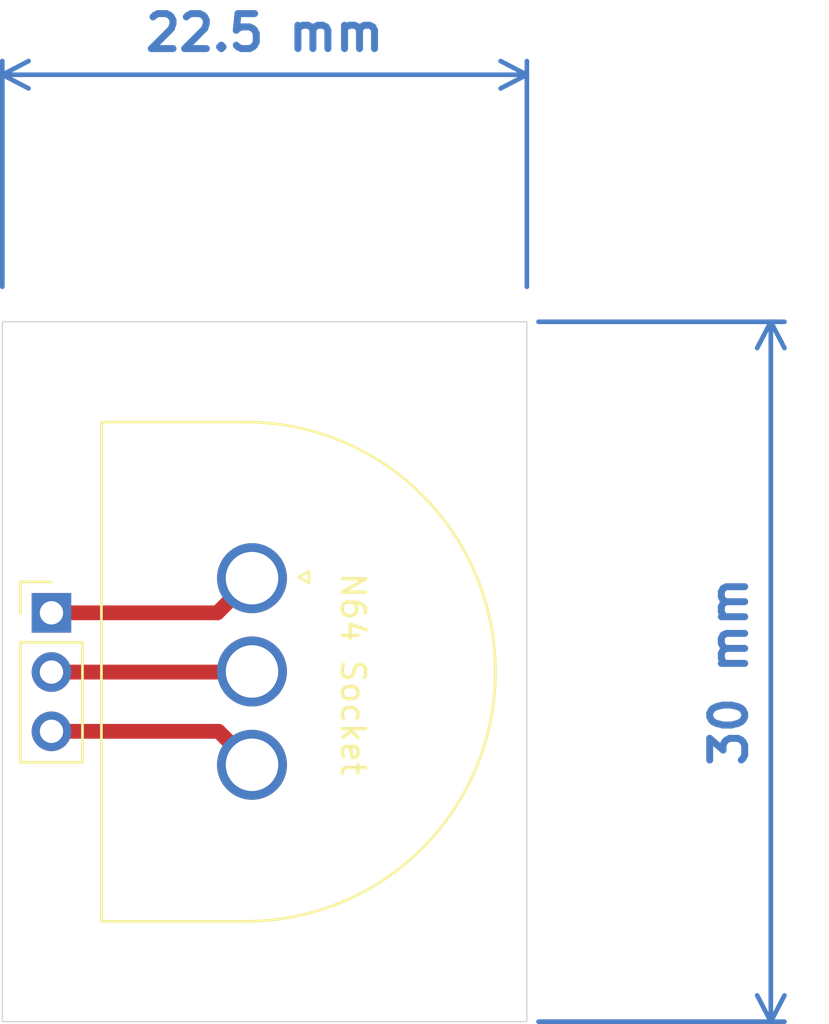
<source format=kicad_pcb>
(kicad_pcb (version 20221018) (generator pcbnew)
  (layers (0 "F.Cu" signal) (31 "B.Cu" signal) (35 "F.Paste" user) (37 "F.SilkS" user "F.Silkscreen") (38 "B.Mask" user) (39 "F.Mask" user) (44 "Edge.Cuts" user))
  (net 0 "")
  (net 1 "GND")
  (net 2 "POWER")
  (net 3 "DATA")
  (footprint "Retro Gaming:N64 180 Socket" (layer "F.Cu") (at 129.26 69.88 -90)
    (fp_text reference "U3" hide)
    (fp_text value "N64 Socket" (at 0.23 -4.28 -90 unlocked) (layer "F.SilkS"))
    (fp_line (start -10.58 0.31) (end -10.58 6.51) (stroke (width 0.12)) (layer "F.SilkS"))
    (fp_line (start -10.58 6.51) (end 10.82 6.51) (stroke (width 0.12)) (layer "F.SilkS"))
    (fp_line (start -4.187 -2.388813) (end -3.687 -2.388813) (stroke (width 0.12)) (layer "F.SilkS"))
    (fp_line (start -3.937 -1.9558) (end -4.187 -2.388813) (stroke (width 0.12)) (layer "F.SilkS"))
    (fp_line (start -3.687 -2.388813) (end -3.937 -1.9558) (stroke (width 0.12)) (layer "F.SilkS"))
    (fp_line (start 10.82 0.31) (end 10.82 6.51) (stroke (width 0.12)) (layer "F.SilkS"))
    (fp_arc (start -10.58 0.31) (mid 0.12 -10.39) (end 10.82 0.31) (stroke (width 0.12)) (layer "F.SilkS"))
    (pad "1" thru_hole circle (at -3.89 0.05 270) (size 3 3) (drill 2.25) (layers "*.Cu" "*.Mask") (net 2 "POWER"))
    (pad "2" thru_hole circle (at 0.11 0.05 270) (size 3 3) (drill 2.25) (layers "*.Cu" "*.Mask") (net 3 "DATA"))
    (pad "3" thru_hole circle (at 4.11 0.05 270) (size 3 3) (drill 2.25) (layers "*.Cu" "*.Mask") (net 1 "GND"))
  )
  (footprint "Connector_PinHeader_2.54mm:PinHeader_1x03_P2.54mm_Vertical" (layer "F.Cu") (at 120.6075 67.475)
    (fp_text reference "REF**" hide)
    (fp_text value "PinHeader_1x03_P2.54mm_Vertical" hide)
    (fp_line (start -1.33 -1.33) (end 0 -1.33) (stroke (width 0.12)) (layer "F.SilkS"))
    (fp_line (start -1.33 0) (end -1.33 -1.33) (stroke (width 0.12)) (layer "F.SilkS"))
    (fp_line (start -1.33 1.27) (end -1.33 6.41) (stroke (width 0.12)) (layer "F.SilkS"))
    (fp_line (start -1.33 1.27) (end 1.33 1.27) (stroke (width 0.12)) (layer "F.SilkS"))
    (fp_line (start -1.33 6.41) (end 1.33 6.41) (stroke (width 0.12)) (layer "F.SilkS"))
    (fp_line (start 1.33 1.27) (end 1.33 6.41) (stroke (width 0.12)) (layer "F.SilkS"))
    (pad "1" thru_hole rect (at 0 0) (size 1.7 1.7) (drill 1) (layers "*.Cu" "*.Mask") (net 2 "POWER"))
    (pad "2" thru_hole oval (at 0 2.54) (size 1.7 1.7) (drill 1) (layers "*.Cu" "*.Mask") (net 3 "DATA"))
    (pad "3" thru_hole oval (at 0 5.08) (size 1.7 1.7) (drill 1) (layers "*.Cu" "*.Mask") (net 1 "GND"))
  )
  (gr_line (start 141 55) (end 141 85) (stroke (width 0.05)) (layer "Edge.Cuts"))
  (gr_line (start 118.5 55) (end 118.5 85) (stroke (width 0.05)) (layer "Edge.Cuts"))
  (gr_line (start 141 85) (end 118.5 85) (stroke (width 0.05)) (layer "Edge.Cuts"))
  (gr_line (start 118.5 55) (end 141 55) (stroke (width 0.05)) (layer "Edge.Cuts"))
  (dimension (type aligned) (layer "B.Cu") (pts (xy 141 55) (xy 141 85)) (height -10.4648) (gr_text "30 mm" (at 149.6648 70 90) (layer "B.Cu") (effects (font (size 1.5 1.5) (thickness 0.3)))) (format (prefix "") (suffix "") (units 3) (units_format 1) (precision 4) suppress_zeroes) (style (thickness 0.2) (arrow_length 1.27) (text_position_mode 0) (extension_height 0.58642) (extension_offset 0.5) keep_text_aligned))
  (dimension (type aligned) (layer "B.Cu") (pts (xy 118.5 54) (xy 141 54)) (height -9.5896) (gr_text "22.5 mm" (at 129.75 42.6104) (layer "B.Cu") (effects (font (size 1.5 1.5) (thickness 0.3)))) (format (prefix "") (suffix "") (units 3) (units_format 1) (precision 4) suppress_zeroes) (style (thickness 0.2) (arrow_length 1.27) (text_position_mode 0) (extension_height 0.58642) (extension_offset 0.5) keep_text_aligned))
  (segment (start 127.775 72.555) (end 129.21 73.99) (width 0.635) (layer "F.Cu") (net 1))
  (segment (start 120.6075 72.555) (end 127.775 72.555) (width 0.635) (layer "F.Cu") (net 1))
  (segment (start 120.6075 67.475) (end 127.725 67.475) (width 0.635) (layer "F.Cu") (net 2))
  (segment (start 127.725 67.475) (end 129.21 65.99) (width 0.635) (layer "F.Cu") (net 2))
  (segment (start 129.185 70.015) (end 129.21 69.99) (width 0.635) (layer "F.Cu") (net 3))
  (segment (start 120.6075 70.015) (end 129.185 70.015) (width 0.635) (layer "F.Cu") (net 3))
)
</source>
